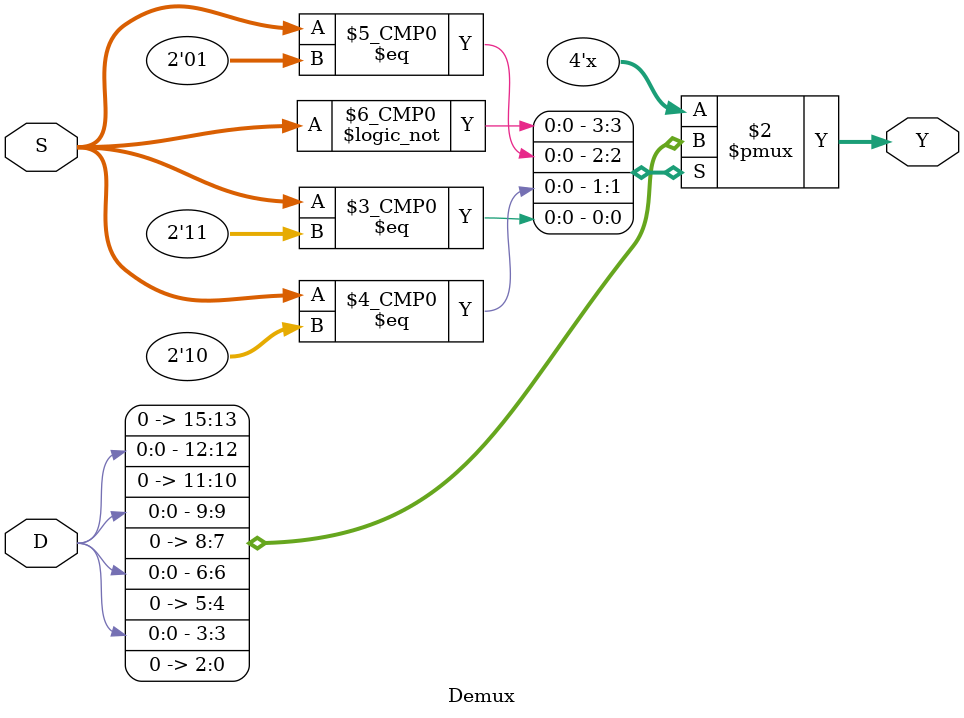
<source format=v>
module Demux(D,S,Y);
input D;
input [1:0] S;
output reg [3:0] Y;
always @(*) begin
case(S)
0:Y={3'b000,D};
1:Y={2'b00,D,1'b0};
2:Y={1'b0,D,2'b00};
3:Y={D,3'b000};
endcase
end
endmodule
</source>
